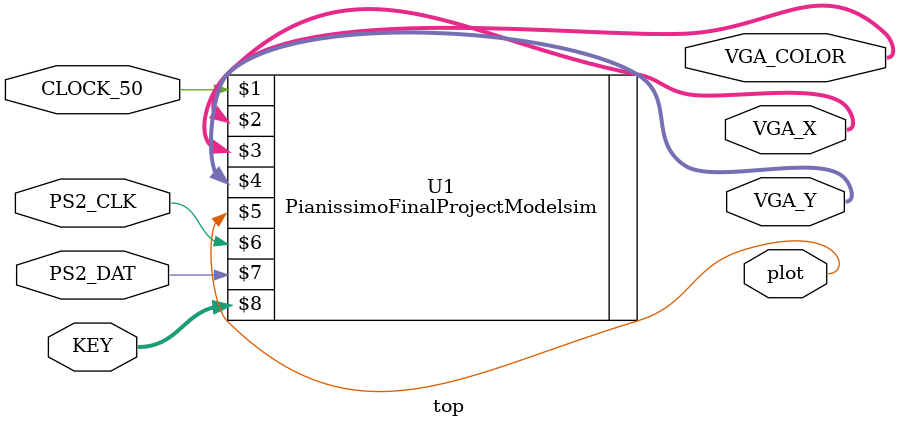
<source format=v>
module top (CLOCK_50, VGA_COLOR, VGA_X, VGA_Y, plot, PS2_CLK, PS2_DAT, KEY);

    input CLOCK_50;             // DE-series 50 MHz clock signal
    input wire PS2_CLK, PS2_DAT;
    input wire [3:0] KEY;       // DE-series pushbuttons

    output wire [23:0] VGA_COLOR;
    output wire [7:0] VGA_X;
    output wire [6:0] VGA_Y;
    output wire plot;

    PianissimoFinalProjectModelsim U1 (CLOCK_50, VGA_COLOR, VGA_X, VGA_Y, plot, PS2_CLK, PS2_DAT, KEY);

endmodule


</source>
